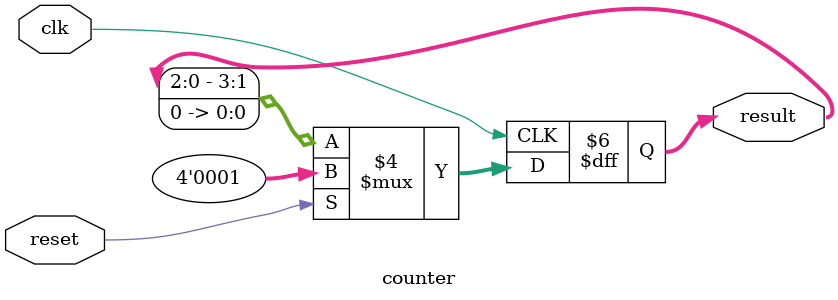
<source format=v>
module counter (
	input clk,
	input reset,
	output reg [3:0] result
);

always@(posedge clk)
	if(reset)
		result <= 1;
	else
		result <= result << 1;

endmodule
	

</source>
